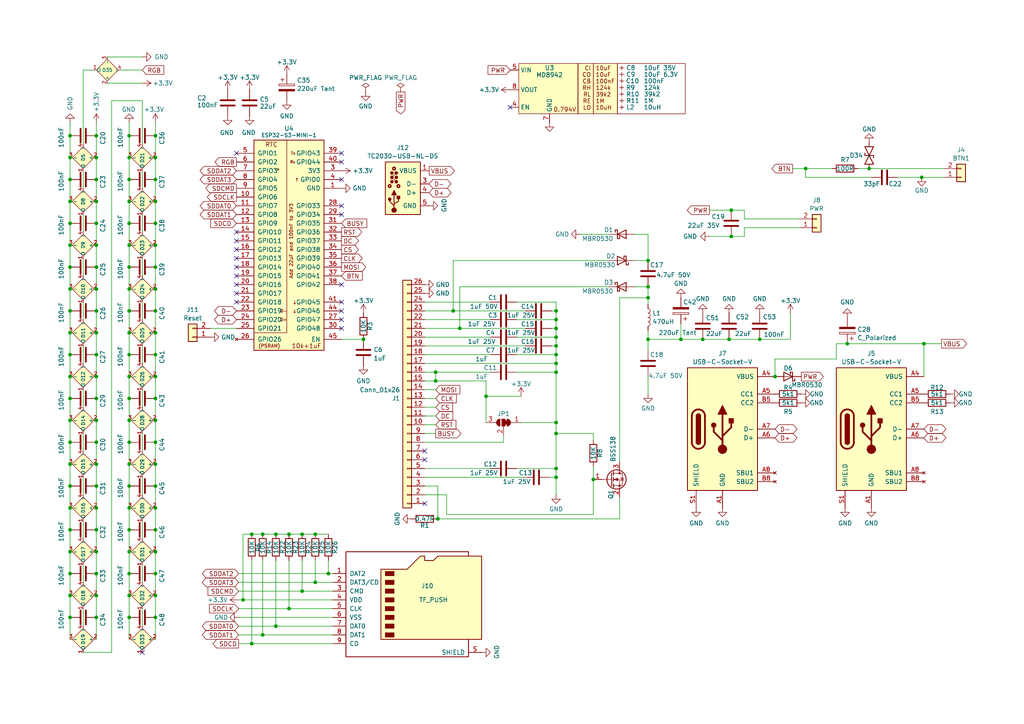
<source format=kicad_sch>
(kicad_sch (version 20250114) (generator "eeschema") (generator_version "9.0")
  (paper "A4")
  (title_block (title "E-Paper 7.5\"") (rev "1") (comment 1 "@TheRealRevK") (comment 2 "www.me.uk"))
  (junction (at 20.32 128.27))
  (junction (at 37.465 128.27))
  (junction (at 211.455 98.425))
  (junction (at 27.94 115.57))
  (junction (at 20.32 140.97))
  (junction (at 37.465 39.37))
  (junction (at 20.32 121.92))
  (junction (at 83.82 154.94))
  (junction (at 267.335 51.435))
  (junction (at 27.94 140.97))
  (junction (at 27.94 77.47))
  (junction (at 37.465 140.97))
  (junction (at 212.09 68.58))
  (junction (at 20.32 179.07))
  (junction (at 76.2 184.15))
  (junction (at 37.465 160.02))
  (junction (at 20.32 172.72))
  (junction (at 245.745 99.695))
  (junction (at 37.465 58.42))
  (junction (at 27.94 96.52))
  (junction (at 224.79 109.22))
  (junction (at 37.465 134.62))
  (junction (at 45.085 83.82))
  (junction (at 212.09 60.96))
  (junction (at 27.94 45.72))
  (junction (at 45.085 52.07))
  (junction (at 161.29 97.79))
  (junction (at 37.465 109.22))
  (junction (at 45.085 115.57))
  (junction (at 161.29 100.33))
  (junction (at 131.445 90.17))
  (junction (at 27.94 166.37))
  (junction (at 27.94 58.42))
  (junction (at 45.085 109.22))
  (junction (at 187.96 83.185))
  (junction (at 45.085 96.52))
  (junction (at 27.94 64.77))
  (junction (at 27.94 134.62))
  (junction (at 73.025 186.69))
  (junction (at 267.97 99.695))
  (junction (at 45.085 172.72))
  (junction (at 70.485 173.99))
  (junction (at 20.32 160.02))
  (junction (at 45.085 58.42))
  (junction (at 37.465 102.87))
  (junction (at 161.29 125.73))
  (junction (at 45.085 39.37))
  (junction (at 37.465 96.52))
  (junction (at 45.085 128.27))
  (junction (at 140.97 114.935))
  (junction (at 76.2 154.94))
  (junction (at 27.94 153.67))
  (junction (at 20.32 77.47))
  (junction (at 20.32 115.57))
  (junction (at 187.96 75.565))
  (junction (at 20.32 83.82))
  (junction (at 27.94 121.92))
  (junction (at 91.44 168.91))
  (junction (at 252.095 48.895))
  (junction (at 20.32 52.07))
  (junction (at 187.96 98.425))
  (junction (at 161.29 138.43))
  (junction (at 45.085 71.12))
  (junction (at 37.465 52.07))
  (junction (at 27.94 90.17))
  (junction (at 20.32 45.72))
  (junction (at 45.085 102.87))
  (junction (at 45.085 179.07))
  (junction (at 220.345 98.425))
  (junction (at 27.94 172.72))
  (junction (at 45.085 45.72))
  (junction (at 27.94 128.27))
  (junction (at 45.085 147.32))
  (junction (at 20.32 153.67))
  (junction (at 45.085 121.92))
  (junction (at 37.465 64.77))
  (junction (at 45.085 153.67))
  (junction (at 161.29 107.95))
  (junction (at 20.32 58.42))
  (junction (at 80.01 181.61))
  (junction (at 95.25 166.37))
  (junction (at 105.41 98.425))
  (junction (at 20.32 102.87))
  (junction (at 127 150.495))
  (junction (at 20.32 166.37))
  (junction (at 45.085 77.47))
  (junction (at 27.94 83.82))
  (junction (at 20.32 90.17))
  (junction (at 87.63 154.94))
  (junction (at 187.96 86.36))
  (junction (at 27.94 39.37))
  (junction (at 126.365 107.95))
  (junction (at 45.085 140.97))
  (junction (at 197.485 98.425))
  (junction (at 45.085 90.17))
  (junction (at 80.01 154.94))
  (junction (at 133.35 95.25))
  (junction (at 27.94 179.07))
  (junction (at 27.94 109.22))
  (junction (at 161.29 105.41))
  (junction (at 161.29 135.89))
  (junction (at 20.32 71.12))
  (junction (at 27.94 160.02))
  (junction (at 203.835 98.425))
  (junction (at 161.29 102.87))
  (junction (at 37.465 121.92))
  (junction (at 20.32 64.77))
  (junction (at 37.465 153.67))
  (junction (at 37.465 172.72))
  (junction (at 37.465 77.47))
  (junction (at 37.465 90.17))
  (junction (at 37.465 147.32))
  (junction (at 126.365 110.49))
  (junction (at 27.94 147.32))
  (junction (at 87.63 171.45))
  (junction (at 27.94 102.87))
  (junction (at 27.94 71.12))
  (junction (at 37.465 83.82))
  (junction (at 37.465 71.12))
  (junction (at 20.32 39.37))
  (junction (at 20.32 96.52))
  (junction (at 83.82 176.53))
  (junction (at 20.32 134.62))
  (junction (at 172.085 139.065))
  (junction (at 37.465 166.37))
  (junction (at 73.025 154.94))
  (junction (at 27.94 52.07))
  (junction (at 37.465 179.07))
  (junction (at 37.465 115.57))
  (junction (at 161.29 95.25))
  (junction (at 20.32 147.32))
  (junction (at 233.68 48.895))
  (junction (at 45.085 134.62))
  (junction (at 91.44 154.94))
  (junction (at 45.085 64.77))
  (junction (at 161.29 122.555))
  (junction (at 45.085 166.37))
  (junction (at 20.32 109.22))
  (junction (at 161.29 92.71))
  (junction (at 45.085 160.02))
  (junction (at 161.29 90.17))
  (junction (at 37.465 45.72))
  (no_connect (at 68.58 74.93))
  (no_connect (at 68.58 72.39))
  (no_connect (at 68.58 69.85))
  (no_connect (at 123.19 133.35))
  (no_connect (at 68.58 87.63))
  (no_connect (at 68.58 44.45))
  (no_connect (at 99.06 44.45))
  (no_connect (at 99.06 87.63))
  (no_connect (at 99.06 95.25))
  (no_connect (at 99.06 92.71))
  (no_connect (at 147.955 31.115))
  (no_connect (at 68.58 77.47))
  (no_connect (at 68.58 85.09))
  (no_connect (at 68.58 80.01))
  (no_connect (at 99.06 82.55))
  (no_connect (at 68.58 67.31))
  (no_connect (at 99.06 59.69))
  (no_connect (at 99.06 62.23))
  (no_connect (at 123.19 130.81))
  (no_connect (at 99.06 52.07))
  (no_connect (at 99.06 90.17))
  (no_connect (at 41.275 189.23))
  (no_connect (at 123.19 146.05))
  (no_connect (at 68.58 82.55))
  (no_connect (at 99.06 46.99))
  (wire (pts (xy 27.94 64.77) (xy 27.94 71.12)))
  (wire (pts (xy 161.29 107.95) (xy 161.29 122.555)))
  (wire (pts (xy 37.465 45.72) (xy 37.465 52.07)))
  (wire (pts (xy 123.19 113.03) (xy 126.365 113.03)))
  (wire (pts (xy 27.94 134.62) (xy 27.94 140.97)))
  (wire (pts (xy 123.19 105.41) (xy 161.29 105.41)))
  (wire (pts (xy 179.705 144.145) (xy 179.705 150.495)))
  (wire (pts (xy 32.385 29.21) (xy 41.275 29.21)))
  (wire (pts (xy 20.32 134.62) (xy 20.32 140.97)))
  (wire (pts (xy 95.25 166.37) (xy 69.215 166.37)))
  (wire (pts (xy 20.32 102.87) (xy 20.32 109.22)))
  (wire (pts (xy 149.86 102.87) (xy 161.29 102.87)))
  (wire (pts (xy 20.32 153.67) (xy 20.32 160.02)))
  (wire (pts (xy 20.32 115.57) (xy 20.32 121.92)))
  (wire (pts (xy 41.275 181.61) (xy 41.275 176.53)))
  (wire (pts (xy 69.215 181.61) (xy 80.01 181.61)))
  (wire (pts (xy 187.96 95.885) (xy 187.96 98.425)))
  (wire (pts (xy 267.335 51.435) (xy 273.685 51.435)))
  (wire (pts (xy 27.94 58.42) (xy 27.94 64.77)))
  (wire (pts (xy 70.485 173.99) (xy 96.52 173.99)))
  (wire (pts (xy 76.2 184.15) (xy 96.52 184.15)))
  (wire (pts (xy 168.275 67.945) (xy 176.53 67.945)))
  (wire (pts (xy 37.465 153.67) (xy 37.465 160.02)))
  (wire (pts (xy 224.79 104.14) (xy 242.57 104.14)))
  (wire (pts (xy 161.29 90.17) (xy 161.29 87.63)))
  (wire (pts (xy 27.94 96.52) (xy 27.94 102.87)))
  (wire (pts (xy 151.13 122.555) (xy 161.29 122.555)))
  (wire (pts (xy 45.085 115.57) (xy 45.085 121.92)))
  (wire (pts (xy 45.085 109.22) (xy 45.085 115.57)))
  (wire (pts (xy 123.19 125.73) (xy 126.365 125.73)))
  (wire (pts (xy 41.275 143.51) (xy 41.275 138.43)))
  (wire (pts (xy 127 150.495) (xy 179.705 150.495)))
  (wire (pts (xy 172.085 125.73) (xy 161.29 125.73)))
  (wire (pts (xy 37.465 35.56) (xy 37.465 39.37)))
  (wire (pts (xy 27.94 83.82) (xy 27.94 90.17)))
  (wire (pts (xy 69.215 168.91) (xy 91.44 168.91)))
  (wire (pts (xy 161.29 100.33) (xy 161.29 97.79)))
  (wire (pts (xy 27.94 109.22) (xy 27.94 115.57)))
  (wire (pts (xy 20.32 147.32) (xy 20.32 153.67)))
  (wire (pts (xy 160.02 90.17) (xy 161.29 90.17)))
  (wire (pts (xy 140.97 114.935) (xy 151.13 114.935)))
  (wire (pts (xy 20.32 64.77) (xy 20.32 71.12)))
  (wire (pts (xy 161.29 95.25) (xy 161.29 92.71)))
  (wire (pts (xy 123.19 140.97) (xy 127 140.97)))
  (wire (pts (xy 91.44 168.91) (xy 96.52 168.91)))
  (wire (pts (xy 161.29 125.73) (xy 161.29 135.89)))
  (wire (pts (xy 187.96 109.22) (xy 187.96 114.3)))
  (wire (pts (xy 126.365 107.95) (xy 126.365 110.49)))
  (wire (pts (xy 20.32 71.12) (xy 20.32 77.47)))
  (wire (pts (xy 45.085 45.72) (xy 45.085 52.07)))
  (wire (pts (xy 27.94 71.12) (xy 27.94 77.47)))
  (wire (pts (xy 27.305 20.32) (xy 24.13 20.32)))
  (wire (pts (xy 20.32 39.37) (xy 20.32 45.72)))
  (wire (pts (xy 161.29 102.87) (xy 161.29 105.41)))
  (wire (pts (xy 27.94 90.17) (xy 27.94 96.52)))
  (wire (pts (xy 27.94 52.07) (xy 27.94 58.42)))
  (wire (pts (xy 45.085 102.87) (xy 45.085 109.22)))
  (wire (pts (xy 187.96 86.36) (xy 187.96 88.265)))
  (wire (pts (xy 45.085 64.77) (xy 45.085 71.12)))
  (wire (pts (xy 260.35 51.435) (xy 267.335 51.435)))
  (wire (pts (xy 69.215 179.07) (xy 96.52 179.07)))
  (wire (pts (xy 197.485 93.98) (xy 197.485 98.425)))
  (wire (pts (xy 229.235 90.805) (xy 229.235 98.425)))
  (wire (pts (xy 245.745 99.695) (xy 267.97 99.695)))
  (wire (pts (xy 20.32 96.52) (xy 20.32 102.87)))
  (wire (pts (xy 187.96 98.425) (xy 197.485 98.425)))
  (wire (pts (xy 37.465 58.42) (xy 37.465 64.77)))
  (wire (pts (xy 172.085 139.065) (xy 172.085 149.225)))
  (wire (pts (xy 24.13 92.71) (xy 24.13 87.63)))
  (wire (pts (xy 20.32 172.72) (xy 20.32 179.07)))
  (wire (pts (xy 129.54 149.225) (xy 172.085 149.225)))
  (wire (pts (xy 229.235 98.425) (xy 220.345 98.425)))
  (wire (pts (xy 187.96 98.425) (xy 187.96 101.6)))
  (wire (pts (xy 45.085 96.52) (xy 45.085 102.87)))
  (wire (pts (xy 160.02 95.25) (xy 161.29 95.25)))
  (wire (pts (xy 41.275 113.03) (xy 41.275 118.11)))
  (wire (pts (xy 129.54 143.51) (xy 129.54 149.225)))
  (wire (pts (xy 69.215 173.99) (xy 70.485 173.99)))
  (wire (pts (xy 69.215 176.53) (xy 83.82 176.53)))
  (wire (pts (xy 83.82 162.56) (xy 83.82 176.53)))
  (wire (pts (xy 60.96 95.25) (xy 68.58 95.25)))
  (wire (pts (xy 161.29 100.33) (xy 161.29 102.87)))
  (wire (pts (xy 140.97 114.935) (xy 140.97 122.555)))
  (wire (pts (xy 37.465 90.17) (xy 37.465 96.52)))
  (wire (pts (xy 123.19 120.65) (xy 126.365 120.65)))
  (wire (pts (xy 41.275 105.41) (xy 41.275 100.33)))
  (wire (pts (xy 37.465 39.37) (xy 37.465 45.72)))
  (wire (pts (xy 24.13 130.81) (xy 24.13 125.73)))
  (wire (pts (xy 24.13 80.01) (xy 24.13 74.93)))
  (wire (pts (xy 32.385 189.23) (xy 32.385 29.21)))
  (wire (pts (xy 233.68 48.895) (xy 233.68 51.435)))
  (wire (pts (xy 27.94 128.27) (xy 27.94 134.62)))
  (wire (pts (xy 123.19 102.87) (xy 142.24 102.87)))
  (wire (pts (xy 37.465 121.92) (xy 37.465 128.27)))
  (wire (pts (xy 27.94 102.87) (xy 27.94 109.22)))
  (wire (pts (xy 184.15 83.185) (xy 187.96 83.185)))
  (wire (pts (xy 73.025 186.69) (xy 96.52 186.69)))
  (wire (pts (xy 20.32 45.72) (xy 20.32 52.07)))
  (wire (pts (xy 133.35 83.185) (xy 176.53 83.185)))
  (wire (pts (xy 123.19 128.27) (xy 146.05 128.27)))
  (wire (pts (xy 37.465 96.52) (xy 37.465 102.87)))
  (wire (pts (xy 161.29 138.43) (xy 161.29 143.51)))
  (wire (pts (xy 20.32 77.47) (xy 20.32 83.82)))
  (wire (pts (xy 45.085 39.37) (xy 45.085 45.72)))
  (wire (pts (xy 123.19 97.79) (xy 142.24 97.79)))
  (wire (pts (xy 45.085 160.02) (xy 45.085 166.37)))
  (wire (pts (xy 161.29 135.89) (xy 149.86 135.89)))
  (wire (pts (xy 76.2 162.56) (xy 76.2 184.15)))
  (wire (pts (xy 45.085 166.37) (xy 45.085 172.72)))
  (wire (pts (xy 37.465 109.22) (xy 37.465 115.57)))
  (wire (pts (xy 37.465 52.07) (xy 37.465 58.42)))
  (wire (pts (xy 212.09 60.96) (xy 215.9 60.96)))
  (wire (pts (xy 31.115 16.51) (xy 41.275 16.51)))
  (wire (pts (xy 27.94 35.56) (xy 27.94 39.37)))
  (wire (pts (xy 37.465 147.32) (xy 37.465 153.67)))
  (wire (pts (xy 37.465 83.82) (xy 37.465 90.17)))
  (wire (pts (xy 45.085 172.72) (xy 45.085 179.07)))
  (wire (pts (xy 41.275 29.21) (xy 41.275 41.91)))
  (wire (pts (xy 140.97 110.49) (xy 140.97 114.935)))
  (wire (pts (xy 87.63 154.94) (xy 91.44 154.94)))
  (wire (pts (xy 45.085 52.07) (xy 45.085 58.42)))
  (wire (pts (xy 27.94 172.72) (xy 27.94 179.07)))
  (wire (pts (xy 24.13 20.32) (xy 24.13 41.91)))
  (wire (pts (xy 242.57 99.695) (xy 245.745 99.695)))
  (wire (pts (xy 45.085 147.32) (xy 45.085 153.67)))
  (wire (pts (xy 24.13 181.61) (xy 24.13 176.53)))
  (wire (pts (xy 37.465 64.77) (xy 37.465 71.12)))
  (wire (pts (xy 69.215 184.15) (xy 76.2 184.15)))
  (wire (pts (xy 187.96 67.945) (xy 187.96 75.565)))
  (wire (pts (xy 45.085 128.27) (xy 45.085 134.62)))
  (wire (pts (xy 161.29 87.63) (xy 149.86 87.63)))
  (wire (pts (xy 123.19 95.25) (xy 133.35 95.25)))
  (wire (pts (xy 37.465 172.72) (xy 37.465 179.07)))
  (wire (pts (xy 179.705 86.36) (xy 179.705 133.985)))
  (wire (pts (xy 172.085 127.635) (xy 172.085 125.73)))
  (wire (pts (xy 37.465 128.27) (xy 37.465 134.62)))
  (wire (pts (xy 41.275 168.91) (xy 41.275 163.83)))
  (wire (pts (xy 69.215 186.69) (xy 73.025 186.69)))
  (wire (pts (xy 41.275 92.71) (xy 41.275 87.63)))
  (wire (pts (xy 37.465 71.12) (xy 37.465 77.47)))
  (wire (pts (xy 20.32 128.27) (xy 20.32 134.62)))
  (wire (pts (xy 146.05 128.27) (xy 146.05 126.365)))
  (wire (pts (xy 45.085 58.42) (xy 45.085 64.77)))
  (wire (pts (xy 76.2 154.94) (xy 80.01 154.94)))
  (wire (pts (xy 24.13 156.21) (xy 24.13 151.13)))
  (wire (pts (xy 126.365 110.49) (xy 140.97 110.49)))
  (wire (pts (xy 123.19 92.71) (xy 142.24 92.71)))
  (wire (pts (xy 45.085 90.17) (xy 45.085 96.52)))
  (wire (pts (xy 161.29 122.555) (xy 161.29 125.73)))
  (wire (pts (xy 41.275 20.32) (xy 34.925 20.32)))
  (wire (pts (xy 184.15 67.945) (xy 187.96 67.945)))
  (wire (pts (xy 41.275 130.81) (xy 41.275 125.73)))
  (wire (pts (xy 24.13 189.23) (xy 32.385 189.23)))
  (wire (pts (xy 27.94 115.57) (xy 27.94 121.92)))
  (wire (pts (xy 27.94 140.97) (xy 27.94 147.32)))
  (wire (pts (xy 123.19 143.51) (xy 129.54 143.51)))
  (wire (pts (xy 160.02 100.33) (xy 161.29 100.33)))
  (wire (pts (xy 45.085 35.56) (xy 45.085 39.37)))
  (wire (pts (xy 20.32 179.07) (xy 20.32 185.42)))
  (wire (pts (xy 229.87 48.895) (xy 233.68 48.895)))
  (wire (pts (xy 20.32 35.56) (xy 20.32 39.37)))
  (wire (pts (xy 123.19 90.17) (xy 131.445 90.17)))
  (wire (pts (xy 187.96 86.36) (xy 179.705 86.36)))
  (wire (pts (xy 20.32 160.02) (xy 20.32 166.37)))
  (wire (pts (xy 24.13 143.51) (xy 24.13 138.43)))
  (wire (pts (xy 123.19 123.19) (xy 126.365 123.19)))
  (wire (pts (xy 99.06 98.425) (xy 105.41 98.425)))
  (wire (pts (xy 248.92 48.895) (xy 252.095 48.895)))
  (wire (pts (xy 95.25 166.37) (xy 96.52 166.37)))
  (wire (pts (xy 37.465 140.97) (xy 37.465 147.32)))
  (wire (pts (xy 20.32 52.07) (xy 20.32 58.42)))
  (wire (pts (xy 45.085 179.07) (xy 45.085 185.42)))
  (wire (pts (xy 211.455 98.425) (xy 220.345 98.425)))
  (wire (pts (xy 161.29 135.89) (xy 161.29 138.43)))
  (wire (pts (xy 161.29 97.79) (xy 161.29 95.25)))
  (wire (pts (xy 224.79 109.22) (xy 224.79 104.14)))
  (wire (pts (xy 37.465 102.87) (xy 37.465 109.22)))
  (wire (pts (xy 37.465 77.47) (xy 37.465 83.82)))
  (wire (pts (xy 172.085 135.255) (xy 172.085 139.065)))
  (wire (pts (xy 205.74 68.58) (xy 212.09 68.58)))
  (wire (pts (xy 215.9 63.5) (xy 231.775 63.5)))
  (wire (pts (xy 27.94 147.32) (xy 27.94 153.67)))
  (wire (pts (xy 31.115 24.13) (xy 41.275 24.13)))
  (wire (pts (xy 215.9 68.58) (xy 215.9 66.04)))
  (wire (pts (xy 233.68 48.895) (xy 241.3 48.895)))
  (wire (pts (xy 123.19 135.89) (xy 142.24 135.89)))
  (wire (pts (xy 131.445 90.17) (xy 131.445 75.565)))
  (wire (pts (xy 215.9 60.96) (xy 215.9 63.5)))
  (wire (pts (xy 149.86 97.79) (xy 161.29 97.79)))
  (wire (pts (xy 73.025 154.94) (xy 70.485 154.94)))
  (wire (pts (xy 91.44 154.94) (xy 95.25 154.94)))
  (wire (pts (xy 80.01 154.94) (xy 83.82 154.94)))
  (wire (pts (xy 45.085 77.47) (xy 45.085 83.82)))
  (wire (pts (xy 161.29 107.95) (xy 161.29 105.41)))
  (wire (pts (xy 45.085 140.97) (xy 45.085 147.32)))
  (wire (pts (xy 131.445 90.17) (xy 152.4 90.17)))
  (wire (pts (xy 197.485 98.425) (xy 203.835 98.425)))
  (wire (pts (xy 187.96 83.185) (xy 187.96 86.36)))
  (wire (pts (xy 205.74 60.96) (xy 212.09 60.96)))
  (wire (pts (xy 24.13 168.91) (xy 24.13 163.83)))
  (wire (pts (xy 24.13 105.41) (xy 24.13 100.33)))
  (wire (pts (xy 76.2 154.94) (xy 73.025 154.94)))
  (wire (pts (xy 83.82 154.94) (xy 87.63 154.94)))
  (wire (pts (xy 233.68 51.435) (xy 252.73 51.435)))
  (wire (pts (xy 27.94 166.37) (xy 27.94 172.72)))
  (wire (pts (xy 87.63 171.45) (xy 96.52 171.45)))
  (wire (pts (xy 161.29 92.71) (xy 161.29 90.17)))
  (wire (pts (xy 20.32 90.17) (xy 20.32 96.52)))
  (wire (pts (xy 242.57 104.14) (xy 242.57 99.695)))
  (wire (pts (xy 37.465 179.07) (xy 37.465 185.42)))
  (wire (pts (xy 149.86 92.71) (xy 161.29 92.71)))
  (wire (pts (xy 27.94 39.37) (xy 27.94 45.72)))
  (wire (pts (xy 45.085 153.67) (xy 45.085 160.02)))
  (wire (pts (xy 203.835 98.425) (xy 211.455 98.425)))
  (wire (pts (xy 80.01 162.56) (xy 80.01 181.61)))
  (wire (pts (xy 20.32 166.37) (xy 20.32 172.72)))
  (wire (pts (xy 27.94 160.02) (xy 27.94 166.37)))
  (wire (pts (xy 45.085 71.12) (xy 45.085 77.47)))
  (wire (pts (xy 161.29 138.43) (xy 159.385 138.43)))
  (wire (pts (xy 149.86 107.95) (xy 161.29 107.95)))
  (wire (pts (xy 123.19 118.11) (xy 126.365 118.11)))
  (wire (pts (xy 41.275 54.61) (xy 41.275 49.53)))
  (wire (pts (xy 27.94 179.07) (xy 27.94 185.42)))
  (wire (pts (xy 41.275 156.21) (xy 41.275 151.13)))
  (wire (pts (xy 127 140.97) (xy 127 150.495)))
  (wire (pts (xy 27.94 77.47) (xy 27.94 83.82)))
  (wire (pts (xy 184.15 75.565) (xy 187.96 75.565)))
  (wire (pts (xy 80.01 181.61) (xy 96.52 181.61)))
  (wire (pts (xy 37.465 160.02) (xy 37.465 166.37)))
  (wire (pts (xy 87.63 162.56) (xy 87.63 171.45)))
  (wire (pts (xy 45.085 83.82) (xy 45.085 90.17)))
  (wire (pts (xy 133.35 95.25) (xy 152.4 95.25)))
  (wire (pts (xy 45.085 134.62) (xy 45.085 140.97)))
  (wire (pts (xy 215.9 66.04) (xy 231.775 66.04)))
  (wire (pts (xy 95.25 162.56) (xy 95.25 166.37)))
  (wire (pts (xy 41.275 67.31) (xy 41.275 62.23)))
  (wire (pts (xy 133.35 95.25) (xy 133.35 83.185)))
  (wire (pts (xy 41.275 80.01) (xy 41.275 74.93)))
  (wire (pts (xy 131.445 75.565) (xy 176.53 75.565)))
  (wire (pts (xy 24.13 67.31) (xy 24.13 62.23)))
  (wire (pts (xy 27.94 121.92) (xy 27.94 128.27)))
  (wire (pts (xy 20.32 140.97) (xy 20.32 147.32)))
  (wire (pts (xy 123.19 115.57) (xy 126.365 115.57)))
  (wire (pts (xy 20.32 58.42) (xy 20.32 64.77)))
  (wire (pts (xy 126.365 107.95) (xy 142.24 107.95)))
  (wire (pts (xy 123.19 107.95) (xy 126.365 107.95)))
  (wire (pts (xy 123.19 87.63) (xy 142.24 87.63)))
  (wire (pts (xy 27.94 45.72) (xy 27.94 52.07)))
  (wire (pts (xy 37.465 134.62) (xy 37.465 140.97)))
  (wire (pts (xy 27.94 153.67) (xy 27.94 160.02)))
  (wire (pts (xy 91.44 162.56) (xy 91.44 168.91)))
  (wire (pts (xy 267.97 99.695) (xy 267.97 109.22)))
  (wire (pts (xy 212.09 68.58) (xy 215.9 68.58)))
  (wire (pts (xy 70.485 154.94) (xy 70.485 173.99)))
  (wire (pts (xy 37.465 115.57) (xy 37.465 121.92)))
  (wire (pts (xy 37.465 166.37) (xy 37.465 172.72)))
  (wire (pts (xy 20.32 83.82) (xy 20.32 90.17)))
  (wire (pts (xy 73.025 162.56) (xy 73.025 186.69)))
  (wire (pts (xy 45.085 121.92) (xy 45.085 128.27)))
  (wire (pts (xy 123.19 100.33) (xy 152.4 100.33)))
  (wire (pts (xy 123.19 110.49) (xy 126.365 110.49)))
  (wire (pts (xy 267.97 99.695) (xy 273.05 99.695)))
  (wire (pts (xy 24.13 49.53) (xy 24.13 54.61)))
  (wire (pts (xy 252.095 48.895) (xy 273.685 48.895)))
  (wire (pts (xy 83.82 176.53) (xy 96.52 176.53)))
  (wire (pts (xy 123.19 138.43) (xy 151.765 138.43)))
  (wire (pts (xy 24.13 113.03) (xy 24.13 118.11)))
  (wire (pts (xy 20.32 109.22) (xy 20.32 115.57)))
  (wire (pts (xy 20.32 121.92) (xy 20.32 128.27)))
  (wire (pts (xy 69.215 171.45) (xy 87.63 171.45)))
  (global_label "CLK" (shape input) (at 126.365 115.57 0) (property "Intersheetrefs" "${INTERSHEET_REFS}" (effects (hide yes))))
  (global_label "MOSI" (shape output) (at 99.06 77.47 0) (property "Intersheetrefs" "${INTERSHEET_REFS}" (effects (hide yes))))
  (global_label "D+" (shape bidirectional) (at 124.46 55.88 0) (property "Intersheetrefs" "${INTERSHEET_REFS}" (effects (hide yes))))
  (global_label "SDCLK" (shape output) (at 68.58 57.15 180) (property "Intersheetrefs" "${INTERSHEET_REFS}" (effects (hide yes))))
  (global_label "MOSI" (shape input) (at 126.365 113.03 0) (property "Intersheetrefs" "${INTERSHEET_REFS}" (effects (hide yes))))
  (global_label "BUSY" (shape input) (at 99.06 64.77 0) (property "Intersheetrefs" "${INTERSHEET_REFS}" (effects (hide yes))))
  (global_label "PWR" (shape output) (at 232.41 109.22 0) (property "Intersheetrefs" "${INTERSHEET_REFS}" (effects (hide yes))))
  (global_label "VBUS" (shape output) (at 273.05 99.695 0) (property "Intersheetrefs" "${INTERSHEET_REFS}" (effects (hide yes))))
  (global_label "D+" (shape bidirectional) (at 224.79 127 0) (property "Intersheetrefs" "${INTERSHEET_REFS}" (effects (hide yes))))
  (global_label "D-" (shape bidirectional) (at 124.46 53.34 0) (property "Intersheetrefs" "${INTERSHEET_REFS}" (effects (hide yes))))
  (global_label "SDCLK" (shape input) (at 69.215 176.53 180) (property "Intersheetrefs" "${INTERSHEET_REFS}" (effects (hide yes))))
  (global_label "PWR" (shape output) (at 205.74 60.96 180) (property "Intersheetrefs" "${INTERSHEET_REFS}" (effects (hide yes))))
  (global_label "SDDAT3" (shape bidirectional) (at 68.58 52.07 180) (property "Intersheetrefs" "${INTERSHEET_REFS}" (effects (hide yes))))
  (global_label "SDDAT1" (shape bidirectional) (at 68.58 62.23 180) (property "Intersheetrefs" "${INTERSHEET_REFS}" (effects (hide yes))))
  (global_label "SDDAT1" (shape bidirectional) (at 69.215 184.15 180) (property "Intersheetrefs" "${INTERSHEET_REFS}" (effects (hide yes))))
  (global_label "PWR" (shape input) (at 147.955 20.32 180) (property "Intersheetrefs" "${INTERSHEET_REFS}" (effects (hide yes))))
  (global_label "SDCMD" (shape input) (at 69.215 171.45 180) (property "Intersheetrefs" "${INTERSHEET_REFS}" (effects (hide yes))))
  (global_label "SDCD" (shape output) (at 69.215 186.69 180) (property "Intersheetrefs" "${INTERSHEET_REFS}" (effects (hide yes))))
  (global_label "SDDAT0" (shape bidirectional) (at 69.215 181.61 180) (property "Intersheetrefs" "${INTERSHEET_REFS}" (effects (hide yes))))
  (global_label "DC" (shape output) (at 99.06 69.85 0) (property "Intersheetrefs" "${INTERSHEET_REFS}" (effects (hide yes))))
  (global_label "D+" (shape bidirectional) (at 68.58 92.71 180) (property "Intersheetrefs" "${INTERSHEET_REFS}" (effects (hide yes))))
  (global_label "PWR" (shape output) (at 116.205 26.67 270) (property "Intersheetrefs" "${INTERSHEET_REFS}" (effects (hide yes))))
  (global_label "SDDAT3" (shape bidirectional) (at 69.215 168.91 180) (property "Intersheetrefs" "${INTERSHEET_REFS}" (effects (hide yes))))
  (global_label "RST" (shape output) (at 99.06 67.31 0) (property "Intersheetrefs" "${INTERSHEET_REFS}" (effects (hide yes))))
  (global_label "CS" (shape output) (at 99.06 72.39 0) (property "Intersheetrefs" "${INTERSHEET_REFS}" (effects (hide yes))))
  (global_label "RGB" (shape input) (at 41.275 20.32 0) (property "Intersheetrefs" "${INTERSHEET_REFS}" (effects (hide yes))))
  (global_label "SDDAT0" (shape bidirectional) (at 68.58 59.69 180) (property "Intersheetrefs" "${INTERSHEET_REFS}" (effects (hide yes))))
  (global_label "BUSY" (shape output) (at 126.365 125.73 0) (property "Intersheetrefs" "${INTERSHEET_REFS}" (effects (hide yes))))
  (global_label "D-" (shape bidirectional) (at 224.79 124.46 0) (property "Intersheetrefs" "${INTERSHEET_REFS}" (effects (hide yes))))
  (global_label "DC" (shape input) (at 126.365 120.65 0) (property "Intersheetrefs" "${INTERSHEET_REFS}" (effects (hide yes))))
  (global_label "SDDAT2" (shape bidirectional) (at 69.215 166.37 180) (property "Intersheetrefs" "${INTERSHEET_REFS}" (effects (hide yes))))
  (global_label "VBUS" (shape output) (at 124.46 49.53 0) (property "Intersheetrefs" "${INTERSHEET_REFS}" (effects (hide yes))))
  (global_label "RGB" (shape output) (at 68.58 46.99 180) (property "Intersheetrefs" "${INTERSHEET_REFS}" (effects (hide yes))))
  (global_label "D-" (shape bidirectional) (at 68.58 90.17 180) (property "Intersheetrefs" "${INTERSHEET_REFS}" (effects (hide yes))))
  (global_label "D+" (shape bidirectional) (at 267.97 127 0) (property "Intersheetrefs" "${INTERSHEET_REFS}" (effects (hide yes))))
  (global_label "RST" (shape input) (at 126.365 123.19 0) (property "Intersheetrefs" "${INTERSHEET_REFS}" (effects (hide yes))))
  (global_label "CS" (shape input) (at 126.365 118.11 0) (property "Intersheetrefs" "${INTERSHEET_REFS}" (effects (hide yes))))
  (global_label "CLK" (shape output) (at 99.06 74.93 0) (property "Intersheetrefs" "${INTERSHEET_REFS}" (effects (hide yes))))
  (global_label "SDDAT2" (shape bidirectional) (at 68.58 49.53 180) (property "Intersheetrefs" "${INTERSHEET_REFS}" (effects (hide yes))))
  (global_label "BTN" (shape input) (at 99.06 80.01 0) (property "Intersheetrefs" "${INTERSHEET_REFS}" (effects (hide yes))))
  (global_label "D-" (shape bidirectional) (at 267.97 124.46 0) (property "Intersheetrefs" "${INTERSHEET_REFS}" (effects (hide yes))))
  (global_label "BTN" (shape output) (at 229.87 48.895 180) (property "Intersheetrefs" "${INTERSHEET_REFS}" (effects (hide yes))))
  (global_label "SDCD" (shape input) (at 68.58 64.77 180) (property "Intersheetrefs" "${INTERSHEET_REFS}" (effects (hide yes))))
  (global_label "SDCMD" (shape output) (at 68.58 54.61 180) (property "Intersheetrefs" "${INTERSHEET_REFS}" (effects (hide yes))))
  (symbol (lib_id "power:GND") (at 106.045 26.67 0) (unit 1)
    (property "Reference" "#PWR029" (effects (hide yes)))
    (property "Value" "GND" (at 106.045 30.8031 0))
    (property "Description" "Power symbol creates a global label with name \"GND\" , ground" (effects (hide yes)))
  )
  (symbol (lib_id "RevK:WS2812B-1mm") (at 41.275 45.72 90) (mirror x) (unit 1)
    (property "Reference" "D21" (at 41.275 45.72 0) (effects (font (size 1 1))))
    (property "Value" "XL-1010RGBC-WS2812B" (effects (hide yes)))
    (property "Datasheet" "https://datasheet.lcsc.com/lcsc/2301111010_XINGLIGHT-XL-1010RGBC-WS2812B_C5349953.pdf" (effects (hide yes)))
    (property "Description" "RGB LED with integrated controller" (effects (hide yes)))
    (property "MPN" "C5349953" (effects (hide yes)))
  )
  (symbol (lib_id "RevK:Hidden") (at 180.34 23.495 90) (unit 1)
    (property "Reference" "C10" (at 185.42 23.495 90) (effects (justify left)))
    (property "Value" "100nF" (at 186.69 23.495 90) (effects (justify right)))
    (property "Footprint" "RevK:C_0603_" (effects (hide yes)))
  )
  (symbol (lib_id "Device:R") (at 95.25 158.75 0) (unit 1)
    (property "Reference" "R26" (at 97.155 158.75 90))
    (property "Value" "10K" (at 95.25 158.75 90))
    (property "Footprint" "RevK:R_0402" (effects (hide yes)))
  )
  (symbol (lib_id "RevK:WS2812B-1mm") (at 24.13 185.42 90) (mirror x) (unit 1)
    (property "Reference" "D19" (at 24.13 185.42 0) (effects (font (size 1 1))))
    (property "Value" "XL-1010RGBC-WS2812B" (effects (hide yes)))
    (property "Datasheet" "https://datasheet.lcsc.com/lcsc/2301111010_XINGLIGHT-XL-1010RGBC-WS2812B_C5349953.pdf" (effects (hide yes)))
    (property "Description" "RGB LED with integrated controller" (effects (hide yes)))
    (property "MPN" "C5349953" (effects (hide yes)))
  )
  (symbol (lib_id "power:+3.3V") (at 105.41 90.805 0) (unit 1)
    (property "Reference" "#PWR014" (effects (hide yes)))
    (property "Value" "+3.3V" (at 105.41 87.2292 0))
    (property "Description" "Power symbol creates a global label with name \"+3.3V\"" (effects (hide yes)))
  )
  (symbol (lib_id "power:GND") (at 83.185 29.21 0) (unit 1)
    (property "Reference" "#PWR040" (effects (hide yes)))
    (property "Value" "GND" (at 83.185 33.6534 0))
    (property "Description" "Power symbol creates a global label with name \"GND\" , ground" (effects (hide yes)))
  )
  (symbol (lib_id "Device:R") (at 73.025 158.75 0) (unit 1)
    (property "Reference" "R6" (at 74.93 158.75 90))
    (property "Value" "10K" (at 73.025 158.75 90))
    (property "Footprint" "RevK:R_0402" (effects (hide yes)))
  )
  (symbol (lib_id "RevK:WS2812B-1mm") (at 41.275 58.42 90) (mirror x) (unit 1)
    (property "Reference" "D22" (at 41.275 58.42 0) (effects (font (size 1 1))))
    (property "Value" "XL-1010RGBC-WS2812B" (effects (hide yes)))
    (property "Datasheet" "https://datasheet.lcsc.com/lcsc/2301111010_XINGLIGHT-XL-1010RGBC-WS2812B_C5349953.pdf" (effects (hide yes)))
    (property "Description" "RGB LED with integrated controller" (effects (hide yes)))
    (property "MPN" "C5349953" (effects (hide yes)))
  )
  (symbol (lib_id "power:+3.3V") (at 69.215 173.99 90) (unit 1)
    (property "Reference" "#PWR031" (effects (hide yes)))
    (property "Value" "+3.3V" (at 66.04 173.99 90) (effects (justify left)))
    (property "Description" "Power symbol creates a global label with name \"+3.3V\"" (effects (hide yes)))
  )
  (symbol (lib_id "RevK:TF_PUSH") (at 119.38 173.99 0) (unit 1)
    (property "Reference" "J10" (at 123.952 169.926 0))
    (property "Value" "TF_PUSH" (at 125.73 173.99 0))
    (property "Footprint" "RevK:TF_PUSH" (effects (hide yes)))
    (property "Datasheet" "https://datasheet.lcsc.com/lcsc/1912111437_SHOU-HAN-TF-PUSH_C393941.pdf" (effects (hide yes)))
    (property "Description" "Micro SD Card Socket" (effects (hide yes)))
    (property "MPN" "C393941" (effects (hide yes)))
  )
  (symbol (lib_id "Device:R") (at 80.01 158.75 0) (unit 1)
    (property "Reference" "R22" (at 81.915 158.75 90))
    (property "Value" "10K" (at 80.01 158.75 90))
    (property "Footprint" "RevK:R_0402" (effects (hide yes)))
  )
  (symbol (lib_id "Device:C") (at 156.21 95.25 90) (unit 1)
    (property "Reference" "C15" (at 153.035 93.98 90))
    (property "Value" "1uF 25V" (at 151.13 96.52 90))
    (property "Footprint" "RevK:C_0402" (effects (hide yes)))
  )
  (symbol (lib_id "power:GND") (at 41.275 16.51 90) (unit 1)
    (property "Reference" "#PWR048" (effects (hide yes)))
    (property "Value" "GND" (at 48.895 16.51 90) (effects (justify left)))
    (property "Description" "Power symbol creates a global label with name \"GND\" , ground" (effects (hide yes)))
  )
  (symbol (lib_id "Device:C") (at 41.275 39.37 270) (unit 1)
    (property "Reference" "C36" (at 46.99 38.1 0) (effects (justify left)))
    (property "Value" "100nF" (at 34.925 36.83 0) (effects (justify left)))
    (property "Footprint" "RevK:C_0402" (effects (hide yes)))
  )
  (symbol (lib_id "Device:C") (at 146.05 97.79 90) (unit 1)
    (property "Reference" "C4" (at 142.24 96.52 90))
    (property "Value" "1uF 25V" (at 139.7 99.06 90))
    (property "Footprint" "RevK:C_0402" (effects (hide yes)))
  )
  (symbol (lib_id "power:GND") (at 211.455 90.805 180) (unit 1)
    (property "Reference" "#PWR044" (effects (hide yes)))
    (property "Value" "GND" (at 211.455 86.6719 0))
    (property "Description" "Power symbol creates a global label with name \"GND\" , ground" (effects (hide yes)))
  )
  (symbol (lib_id "power:+3.3V") (at 27.94 35.56 0) (unit 1)
    (property "Reference" "#PWR022" (effects (hide yes)))
    (property "Value" "+3.3V" (at 27.94 26.67 90) (effects (justify right)))
    (property "Description" "Power symbol creates a global label with name \"+3.3V\"" (effects (hide yes)))
  )
  (symbol (lib_id "Device:C") (at 24.13 39.37 270) (unit 1)
    (property "Reference" "C20" (at 29.845 38.1 0) (effects (justify left)))
    (property "Value" "100nF" (at 17.78 36.83 0) (effects (justify left)))
    (property "Footprint" "RevK:C_0402" (effects (hide yes)))
  )
  (symbol (lib_id "RevK:TC2030-USB-NL") (at 116.84 54.61 0) (unit 1) (in_bom no)
    (property "Reference" "J12" (at 116.84 42.8455 0))
    (property "Value" "TC2030-USB-NL-DS" (at 116.84 45.2698 0))
    (property "Footprint" "RevK:Tag-Connect_TC2030-IDC-NL_2x03_P1.27mm_Vertical" (effects (hide yes)))
    (property "Description" "TC2030-USB-NL" (effects (hide yes)))
  )
  (symbol (lib_id "power:+3.3V") (at 151.13 114.935 0) (unit 1)
    (property "Reference" "#PWR043" (effects (hide yes)))
    (property "Value" "+3.3V" (at 151.13 111.3592 0))
    (property "Description" "Power symbol creates a global label with name \"+3.3V\"" (effects (hide yes)))
  )
  (symbol (lib_id "power:GND") (at 275.59 114.3 90) (unit 1)
    (property "Reference" "#PWR035" (effects (hide yes)))
    (property "Value" "GND" (at 280.0334 114.3 90))
    (property "Description" "Power symbol creates a global label with name \"GND\" , ground" (effects (hide yes)))
  )
  (symbol (lib_id "Device:C") (at 24.13 128.27 270) (unit 1)
    (property "Reference" "C30" (at 29.845 127 0) (effects (justify left)))
    (property "Value" "100nF" (at 17.78 125.73 0) (effects (justify left)))
    (property "Footprint" "RevK:C_0402" (effects (hide yes)))
  )
  (symbol (lib_id "Device:C") (at 146.05 102.87 90) (unit 1)
    (property "Reference" "C7" (at 142.24 101.6 90))
    (property "Value" "1uF" (at 139.7 104.14 90))
    (property "Footprint" "RevK:C_0402" (effects (hide yes)))
  )
  (symbol (lib_id "RevK:WS2812B-1mm") (at 41.275 134.62 90) (mirror x) (unit 1)
    (property "Reference" "D29" (at 41.275 134.62 0) (effects (font (size 1 1))))
    (property "Value" "XL-1010RGBC-WS2812B" (effects (hide yes)))
    (property "Datasheet" "https://datasheet.lcsc.com/lcsc/2301111010_XINGLIGHT-XL-1010RGBC-WS2812B_C5349953.pdf" (effects (hide yes)))
    (property "Description" "RGB LED with integrated controller" (effects (hide yes)))
    (property "MPN" "C5349953" (effects (hide yes)))
  )
  (symbol (lib_id "Device:C") (at 146.05 87.63 90) (unit 1)
    (property "Reference" "C1" (at 142.875 86.36 90))
    (property "Value" "1uF 50V" (at 140.335 88.9 90))
    (property "Footprint" "RevK:C_0603" (effects (hide yes)))
  )
  (symbol (lib_id "Device:C") (at 41.275 140.97 270) (unit 1)
    (property "Reference" "C45" (at 46.99 139.7 0) (effects (justify left)))
    (property "Value" "100nF" (at 34.925 138.43 0) (effects (justify left)))
    (property "Footprint" "RevK:C_0402" (effects (hide yes)))
  )
  (symbol (lib_id "RevK:WS2812B-1mm") (at 41.275 71.12 90) (mirror x) (unit 1)
    (property "Reference" "D23" (at 41.275 71.12 0) (effects (font (size 1 1))))
    (property "Value" "XL-1010RGBC-WS2812B" (effects (hide yes)))
    (property "Datasheet" "https://datasheet.lcsc.com/lcsc/2301111010_XINGLIGHT-XL-1010RGBC-WS2812B_C5349953.pdf" (effects (hide yes)))
    (property "Description" "RGB LED with integrated controller" (effects (hide yes)))
    (property "MPN" "C5349953" (effects (hide yes)))
  )
  (symbol (lib_id "power:GND") (at 245.745 92.075 180) (unit 1)
    (property "Reference" "#PWR026" (effects (hide yes)))
    (property "Value" "GND" (at 245.745 87.6316 0))
    (property "Description" "Power symbol creates a global label with name \"GND\" , ground" (effects (hide yes)))
  )
  (symbol (lib_id "RevK:WS2812B-1mm") (at 41.275 109.22 90) (mirror x) (unit 1)
    (property "Reference" "D26" (at 41.275 109.22 0) (effects (font (size 1 1))))
    (property "Value" "XL-1010RGBC-WS2812B" (effects (hide yes)))
    (property "Datasheet" "https://datasheet.lcsc.com/lcsc/2301111010_XINGLIGHT-XL-1010RGBC-WS2812B_C5349953.pdf" (effects (hide yes)))
    (property "Description" "RGB LED with integrated controller" (effects (hide yes)))
    (property "MPN" "C5349953" (effects (hide yes)))
  )
  (symbol (lib_id "power:GND") (at 72.39 33.655 0) (unit 1)
    (property "Reference" "#PWR011" (effects (hide yes)))
    (property "Value" "GND" (at 72.136 38.4794 0))
    (property "Description" "Power symbol creates a global label with name \"GND\" , ground" (effects (hide yes)))
  )
  (symbol (lib_id "Diode:1N5819") (at 228.6 109.22 180) (unit 1)
    (property "Reference" "D6" (at 228.6 106.807 0))
    (property "Value" "MBR0530" (at 234.061 111.633 0))
    (property "Footprint" "RevK:D_SOD-123" (effects (hide yes)))
    (property "MPN" "C5204746" (effects (hide yes)))
  )
  (symbol (lib_id "power:GND") (at 124.46 59.69 90) (unit 1)
    (property "Reference" "#PWR055" (effects (hide yes)))
    (property "Value" "GND" (at 128.8542 59.563 0))
    (property "Description" "Power symbol creates a global label with name \"GND\" , ground" (effects (hide yes)))
  )
  (symbol (lib_id "power:GND") (at 252.095 41.275 180) (unit 1)
    (property "Reference" "#PWR042" (effects (hide yes)))
    (property "Value" "GND" (at 252.095 37.465 0))
    (property "Description" "Power symbol creates a global label with name \"GND\" , ground" (effects (hide yes)))
  )
  (symbol (lib_id "Device:R") (at 76.2 158.75 0) (unit 1)
    (property "Reference" "R14" (at 78.105 158.75 90))
    (property "Value" "10K" (at 76.2 158.75 90))
    (property "Footprint" "RevK:R_0402" (effects (hide yes)))
  )
  (symbol (lib_id "power:GND") (at 232.41 114.3 90) (unit 1)
    (property "Reference" "#PWR037" (effects (hide yes)))
    (property "Value" "GND" (at 236.8534 114.3 90))
    (property "Description" "Power symbol creates a global label with name \"GND\" , ground" (effects (hide yes)))
  )
  (symbol (lib_id "power:GND") (at 105.41 106.045 0) (unit 1)
    (property "Reference" "#PWR015" (effects (hide yes)))
    (property "Value" "GND" (at 105.41 110.4884 0))
    (property "Description" "Power symbol creates a global label with name \"GND\" , ground" (effects (hide yes)))
  )
  (symbol (lib_id "Device:C") (at 24.13 90.17 270) (unit 1)
    (property "Reference" "C26" (at 29.845 88.9 0) (effects (justify left)))
    (property "Value" "100nF" (at 17.78 87.63 0) (effects (justify left)))
    (property "Footprint" "RevK:C_0402" (effects (hide yes)))
  )
  (symbol (lib_id "Diode:1N5819") (at 180.34 83.185 0) (unit 1)
    (property "Reference" "D3" (at 176.53 81.915 0))
    (property "Value" "MBR0530" (at 173.355 84.455 0))
    (property "Footprint" "RevK:D_SOD-123" (effects (hide yes)))
    (property "MPN" "C5204746" (effects (hide yes)))
  )
  (symbol (lib_id "RevK:WS2812B-1mm") (at 24.13 147.32 90) (mirror x) (unit 1)
    (property "Reference" "D16" (at 24.13 147.32 0) (effects (font (size 1 1))))
    (property "Value" "XL-1010RGBC-WS2812B" (effects (hide yes)))
    (property "Datasheet" "https://datasheet.lcsc.com/lcsc/2301111010_XINGLIGHT-XL-1010RGBC-WS2812B_C5349953.pdf" (effects (hide yes)))
    (property "Description" "RGB LED with integrated controller" (effects (hide yes)))
    (property "MPN" "C5349953" (effects (hide yes)))
  )
  (symbol (lib_id "Device:C") (at 203.835 94.615 0) (unit 1)
    (property "Reference" "C51" (at 204.724 92.202 0) (effects (justify left)))
    (property "Value" "22uF" (at 204.724 96.774 0) (effects (justify left)))
    (property "Footprint" "RevK:C_0603" (effects (hide yes)))
  )
  (symbol (lib_id "power:GND") (at 203.835 90.805 180) (unit 1)
    (property "Reference" "#PWR041" (effects (hide yes)))
    (property "Value" "GND" (at 203.835 86.6719 0))
    (property "Description" "Power symbol creates a global label with name \"GND\" , ground" (effects (hide yes)))
  )
  (symbol (lib_id "power:PWR_FLAG") (at 116.205 26.67 0) (unit 1)
    (property "Reference" "#FLG02" (effects (hide yes)))
    (property "Value" "PWR_FLAG" (at 116.205 22.5369 0))
    (property "Description" "Special symbol for telling ERC where power comes from" (effects (hide yes)))
  )
  (symbol (lib_id "power:GND") (at 161.29 143.51 0) (unit 1)
    (property "Reference" "#PWR017" (effects (hide yes)))
    (property "Value" "GND" (at 161.29 147.6431 0))
    (property "Description" "Power symbol creates a global label with name \"GND\" , ground" (effects (hide yes)))
  )
  (symbol (lib_id "Connector_Generic:Conn_01x02") (at 236.855 66.04 0) (mirror x) (unit 1)
    (property "Reference" "J8" (at 236.855 58.0855 0))
    (property "Value" "PWR" (at 236.855 60.5098 0))
    (property "Footprint" "RevK:WAGO-2060-452-998-404" (effects (hide yes)))
    (property "Description" "Generic connector, single row, 01x02, script generated (kicad-library-utils/schlib/autogen/connector/)" (effects (hide yes)))
    (property "MPN" "C2765055" (effects (hide yes)))
  )
  (symbol (lib_id "power:+3.3V") (at 99.06 49.53 270) (unit 1)
    (property "Reference" "#PWR012" (effects (hide yes)))
    (property "Value" "+3.3V" (at 102.235 49.53 90) (effects (justify left)))
    (property "Description" "Power symbol creates a global label with name \"+3.3V\"" (effects (hide yes)))
  )
  (symbol (lib_id "RevK:WS2812B-1mm") (at 24.13 172.72 90) (mirror x) (unit 1)
    (property "Reference" "D18" (at 24.13 172.72 0) (effects (font (size 1 1))))
    (property "Value" "XL-1010RGBC-WS2812B" (effects (hide yes)))
    (property "Datasheet" "https://datasheet.lcsc.com/lcsc/2301111010_XINGLIGHT-XL-1010RGBC-WS2812B_C5349953.pdf" (effects (hide yes)))
    (property "Description" "RGB LED with integrated controller" (effects (hide yes)))
    (property "MPN" "C5349953" (effects (hide yes)))
  )
  (symbol (lib_id "Device:C_Polarized") (at 245.745 95.885 180) (unit 1)
    (property "Reference" "C28" (at 248.666 95.5619 0) (effects (justify right)))
    (property "Value" "C_Polarized" (at 248.666 97.9861 0) (effects (justify right)))
    (property "Footprint" "RevK:CP_EIA-7343-31_Kemet-D" (effects (hide yes)))
    (property "MPN" "C106188" (effects (hide yes)))
  )
  (symbol (lib_id "RevK:Hidden") (at 180.34 25.4 0) (unit 1)
    (property "Reference" "R9" (at 182.88 25.4 0))
    (property "Value" "124k" (at 186.69 25.4 0) (effects (justify left)))
    (property "Footprint" "RevK:R_0402_" (effects (hide yes)))
    (property "MPN" "C138062" (effects (hide yes)))
  )
  (symbol (lib_id "Diode:1N5819") (at 180.34 75.565 180) (unit 1)
    (property "Reference" "D2" (at 177.165 74.295 0))
    (property "Value" "MBR0530" (at 173.99 76.835 0))
    (property "Footprint" "RevK:D_SOD-123" (effects (hide yes)))
    (property "MPN" "C5204746" (effects (hide yes)))
  )
  (symbol (lib_id "power:GND") (at 119.38 150.495 270) (unit 1)
    (property "Reference" "#PWR03" (effects (hide yes)))
    (property "Value" "GND" (at 115.2469 150.495 0))
    (property "Description" "Power symbol creates a global label with name \"GND\" , ground" (effects (hide yes)))
  )
  (symbol (lib_id "power:GND") (at 220.345 90.805 180) (unit 1)
    (property "Reference" "#PWR046" (effects (hide yes)))
    (property "Value" "GND" (at 220.345 86.6719 0))
    (property "Description" "Power symbol creates a global label with name \"GND\" , ground" (effects (hide yes)))
  )
  (symbol (lib_id "RevK:WS2812B-1mm") (at 24.13 109.22 90) (mirror x) (unit 1)
    (property "Reference" "D12" (at 24.13 109.22 0) (effects (font (size 1 1))))
    (property "Value" "XL-1010RGBC-WS2812B" (effects (hide yes)))
    (property "Datasheet" "https://datasheet.lcsc.com/lcsc/2301111010_XINGLIGHT-XL-1010RGBC-WS2812B_C5349953.pdf" (effects (hide yes)))
    (property "Description" "RGB LED with integrated controller" (effects (hide yes)))
    (property "MPN" "C5349953" (effects (hide yes)))
  )
  (symbol (lib_id "RevK:WS2812B-1mm") (at 41.275 147.32 90) (mirror x) (unit 1)
    (property "Reference" "D30" (at 41.275 147.32 0) (effects (font (size 1 1))))
    (property "Value" "XL-1010RGBC-WS2812B" (effects (hide yes)))
    (property "Datasheet" "https://datasheet.lcsc.com/lcsc/2301111010_XINGLIGHT-XL-1010RGBC-WS2812B_C5349953.pdf" (effects (hide yes)))
    (property "Description" "RGB LED with integrated controller" (effects (hide yes)))
    (property "MPN" "C5349953" (effects (hide yes)))
  )
  (symbol (lib_id "power:GND") (at 37.465 35.56 180) (unit 1)
    (property "Reference" "#PWR023" (effects (hide yes)))
    (property "Value" "GND" (at 39.37 31.75 0) (effects (justify left)))
    (property "Description" "Power symbol creates a global label with name \"GND\" , ground" (effects (hide yes)))
  )
  (symbol (lib_id "power:GND") (at 69.215 179.07 270) (unit 1)
    (property "Reference" "#PWR028" (effects (hide yes)))
    (property "Value" "GND" (at 64.135 179.07 90))
    (property "Description" "Power symbol creates a global label with name \"GND\" , ground" (effects (hide yes)))
  )
  (symbol (lib_id "Device:C") (at 24.13 153.67 270) (unit 1)
    (property "Reference" "C32" (at 29.845 152.4 0) (effects (justify left)))
    (property "Value" "100nF" (at 17.78 151.13 0) (effects (justify left)))
    (property "Footprint" "RevK:C_0402" (effects (hide yes)))
  )
  (symbol (lib_id "power:GND") (at 123.19 82.55 90) (unit 1)
    (property "Reference" "#PWR08" (effects (hide yes)))
    (property "Value" "GND" (at 126.3649 82.55 90) (effects (justify right)))
    (property "Description" "Power symbol creates a global label with name \"GND\" , ground" (effects (hide yes)))
  )
  (symbol (lib_id "power:GND") (at 99.06 54.61 90) (unit 1)
    (property "Reference" "#PWR013" (effects (hide yes)))
    (property "Value" "GND" (at 102.235 54.61 90) (effects (justify right)))
    (property "Description" "Power symbol creates a global label with name \"GND\" , ground" (effects (hide yes)))
  )
  (symbol (lib_id "power:+3.3V") (at 45.085 35.56 0) (unit 1)
    (property "Reference" "#PWR024" (effects (hide yes)))
    (property "Value" "+3.3V" (at 47.625 31.75 0) (effects (justify right)))
    (property "Description" "Power symbol creates a global label with name \"+3.3V\"" (effects (hide yes)))
  )
  (symbol (lib_id "Connector_Generic:Conn_01x26") (at 118.11 115.57 180) (unit 1)
    (property "Reference" "J1" (at 116.078 115.5121 0) (effects (justify left)))
    (property "Value" "Conn_01x26" (at 116.078 113.0879 0) (effects (justify left)))
    (property "Footprint" "RevK:XUNPU-FPC-05FB-24PH20" (effects (hide yes)))
    (property "MPN" "C2856831" (effects (hide yes)))
  )
  (symbol (lib_id "RevK:WS2812B-1mm") (at 41.275 185.42 90) (mirror x) (unit 1)
    (property "Reference" "D33" (at 41.275 185.42 0) (effects (font (size 1 1))))
    (property "Value" "XL-1010RGBC-WS2812B" (effects (hide yes)))
    (property "Datasheet" "https://datasheet.lcsc.com/lcsc/2301111010_XINGLIGHT-XL-1010RGBC-WS2812B_C5349953.pdf" (effects (hide yes)))
    (property "Description" "RGB LED with integrated controller" (effects (hide yes)))
    (property "MPN" "C5349953" (effects (hide yes)))
  )
  (symbol (lib_id "Device:C") (at 156.21 100.33 90) (unit 1) (on_board no)
    (property "Reference" "C16" (at 153.035 99.06 90))
    (property "Value" "1uF 25V" (at 151.13 101.6 90))
    (property "Footprint" "RevK:C_0402" (effects (hide yes)))
  )
  (symbol (lib_id "Device:C") (at 41.275 179.07 270) (unit 1)
    (property "Reference" "C48" (at 46.99 177.8 0) (effects (justify left)))
    (property "Value" "100nF" (at 34.925 176.53 0) (effects (justify left)))
    (property "Footprint" "RevK:C_0402" (effects (hide yes)))
  )
  (symbol (lib_id "Device:C") (at 187.96 105.41 180) (unit 1)
    (property "Reference" "C18" (at 190.5 102.87 0))
    (property "Value" "4.7uF 50V" (at 193.04 108.966 0))
    (property "Footprint" "RevK:C_0805" (effects (hide yes)))
  )
  (symbol (lib_id "power:GND") (at 197.485 86.36 180) (unit 1)
    (property "Reference" "#PWR025" (effects (hide yes)))
    (property "Value" "GND" (at 197.485 82.2269 0))
    (property "Description" "Power symbol creates a global label with name \"GND\" , ground" (effects (hide yes)))
  )
  (symbol (lib_id "RevK:WS2812B-1mm") (at 41.275 172.72 90) (mirror x) (unit 1)
    (property "Reference" "D32" (at 41.275 172.72 0) (effects (font (size 1 1))))
    (property "Value" "XL-1010RGBC-WS2812B" (effects (hide yes)))
    (property "Datasheet" "https://datasheet.lcsc.com/lcsc/2301111010_XINGLIGHT-XL-1010RGBC-WS2812B_C5349953.pdf" (effects (hide yes)))
    (property "Description" "RGB LED with integrated controller" (effects (hide yes)))
    (property "MPN" "C5349953" (effects (hide yes)))
  )
  (symbol (lib_id "Device:C") (at 72.39 29.845 0) (unit 1)
    (property "Reference" "C5" (at 75.311 28.821 0) (effects (justify left)))
    (property "Value" "22uF" (at 75.311 30.869 0) (effects (justify left)))
    (property "Footprint" "RevK:C_0603" (effects (hide yes)))
  )
  (symbol (lib_id "power:GND") (at 252.73 147.32 0) (unit 1)
    (property "Reference" "#PWR034" (effects (hide yes)))
    (property "Value" "GND" (at 252.73 151.7634 0))
    (property "Description" "Power symbol creates a global label with name \"GND\" , ground" (effects (hide yes)))
  )
  (symbol (lib_id "RevK:WS2812B-1mm") (at 41.275 121.92 90) (mirror x) (unit 1)
    (property "Reference" "D28" (at 41.275 121.92 0) (effects (font (size 1 1))))
    (property "Value" "XL-1010RGBC-WS2812B" (effects (hide yes)))
    (property "Datasheet" "https://datasheet.lcsc.com/lcsc/2301111010_XINGLIGHT-XL-1010RGBC-WS2812B_C5349953.pdf" (effects (hide yes)))
    (property "Description" "RGB LED with integrated controller" (effects (hide yes)))
    (property "MPN" "C5349953" (effects (hide yes)))
  )
  (symbol (lib_id "Device:C") (at 24.13 115.57 270) (unit 1)
    (property "Reference" "C29" (at 29.845 114.3 0) (effects (justify left)))
    (property "Value" "100nF" (at 17.78 113.03 0) (effects (justify left)))
    (property "Footprint" "RevK:C_0402" (effects (hide yes)))
  )
  (symbol (lib_id "RevK:MD89420-RegBlock") (at 159.385 26.035 0) (unit 1)
    (property "Reference" "U3" (at 159.385 19.685 0))
    (property "Value" "MD8942" (at 159.385 21.733 0))
    (property "Footprint" "RevK:SOT-23-6-MD8942" (effects (hide yes)))
    (property "Datasheet" "https://datasheet.lcsc.com/lcsc/2101111937_Shanghai-Mingda-Microelectronics-MD8942_C2684786.pdf" (effects (hide yes)))
    (property "Description" "Regulator and associated components." (effects (hide yes)))
    (property "MPN" "C2684786" (effects (hide yes)))
  )
  (symbol (lib_id "Transistor_FET:BSS138") (at 177.165 139.065 0) (unit 1)
    (property "Reference" "Q1" (at 177.165 144.78 90) (effects (justify left)))
    (property "Value" "BSS138" (at 177.8 133.985 90) (effects (justify left)))
    (property "Footprint" "RevK:SOT-23" (effects (hide yes)))
    (property "MPN" "C2938375" (effects (hide yes)))
  )
  (symbol (lib_id "Device:R") (at 91.44 158.75 0) (unit 1)
    (property "Reference" "R25" (at 93.345 158.75 90))
    (property "Value" "10K" (at 91.44 158.75 90))
    (property "Footprint" "RevK:R_0402" (effects (hide yes)))
  )
  (symbol (lib_id "RevK:Hidden") (at 180.34 27.305 270) (unit 1)
    (property "Reference" "R10" (at 183.515 27.305 90))
    (property "Value" "39k2" (at 186.69 27.305 90) (effects (justify left)))
    (property "Footprint" "RevK:R_0402_" (effects (hide yes)))
  )
  (symbol (lib_id "Device:C") (at 146.05 107.95 90) (unit 1)
    (property "Reference" "C11" (at 142.24 106.68 90))
    (property "Value" "1uF" (at 139.7 109.22 90))
    (property "Footprint" "RevK:C_0402" (effects (hide yes)))
  )
  (symbol (lib_id "RevK:Hidden") (at 180.34 31.115 90) (unit 1)
    (property "Reference" "L2" (at 181.61 31.115 90) (effects (justify right)))
    (property "Value" "10uH" (at 186.69 31.115 90) (effects (justify right)))
    (property "Footprint" "RevK:L_4x4_" (effects (hide yes)))
    (property "MPN" "C42428017" (effects (hide yes)))
  )
  (symbol (lib_id "power:GND") (at 66.04 33.655 0) (unit 1)
    (property "Reference" "#PWR05" (effects (hide yes)))
    (property "Value" "GND" (at 65.786 38.4794 0))
    (property "Description" "Power symbol creates a global label with name \"GND\" , ground" (effects (hide yes)))
  )
  (symbol (lib_id "Device:C") (at 24.13 77.47 270) (unit 1)
    (property "Reference" "C25" (at 29.845 76.2 0) (effects (justify left)))
    (property "Value" "100nF" (at 17.78 74.93 0) (effects (justify left)))
    (property "Footprint" "RevK:C_0402" (effects (hide yes)))
  )
  (symbol (lib_id "RevK:WS2812B-1mm") (at 24.13 58.42 90) (mirror x) (unit 1)
    (property "Reference" "D8" (at 24.13 58.42 0) (effects (font (size 1 1))))
    (property "Value" "XL-1010RGBC-WS2812B" (effects (hide yes)))
    (property "Datasheet" "https://datasheet.lcsc.com/lcsc/2301111010_XINGLIGHT-XL-1010RGBC-WS2812B_C5349953.pdf" (effects (hide yes)))
    (property "Description" "RGB LED with integrated controller" (effects (hide yes)))
    (property "MPN" "C5349953" (effects (hide yes)))
  )
  (symbol (lib_id "Device:C") (at 155.575 138.43 90) (unit 1) (on_board no)
    (property "Reference" "C13" (at 152.4 137.16 90))
    (property "Value" "1uF 25V" (at 149.86 139.7 90))
    (property "Footprint" "RevK:C_0402" (effects (hide yes)))
  )
  (symbol (lib_id "Device:C") (at 41.275 64.77 270) (unit 1)
    (property "Reference" "C38" (at 46.99 63.5 0) (effects (justify left)))
    (property "Value" "100nF" (at 34.925 62.23 0) (effects (justify left)))
    (property "Footprint" "RevK:C_0402" (effects (hide yes)))
  )
  (symbol (lib_id "power:+3.3V") (at 83.185 21.59 0) (unit 1)
    (property "Reference" "#PWR039" (effects (hide yes)))
    (property "Value" "+3.3V" (at 83.185 18.0142 0))
    (property "Description" "Power symbol creates a global label with name \"+3.3V\"" (effects (hide yes)))
  )
  (symbol (lib_id "Device:R") (at 87.63 158.75 0) (unit 1)
    (property "Reference" "R24" (at 89.535 158.75 90))
    (property "Value" "10K" (at 87.63 158.75 90))
    (property "Footprint" "RevK:R_0402" (effects (hide yes)))
  )
  (symbol (lib_id "Device:C") (at 41.275 77.47 270) (unit 1)
    (property "Reference" "C39" (at 46.99 76.2 0) (effects (justify left)))
    (property "Value" "100nF" (at 34.925 74.93 0) (effects (justify left)))
    (property "Footprint" "RevK:C_0402" (effects (hide yes)))
  )
  (symbol (lib_id "Device:C") (at 41.275 102.87 270) (unit 1)
    (property "Reference" "C41" (at 46.99 101.6 0) (effects (justify left)))
    (property "Value" "100nF" (at 34.925 100.33 0) (effects (justify left)))
    (property "Footprint" "RevK:C_0402" (effects (hide yes)))
  )
  (symbol (lib_id "power:GND") (at 159.385 35.56 0) (unit 1)
    (property "Reference" "#PWR02" (effects (hide yes)))
    (property "Value" "GND" (effects (hide yes)))
    (property "Description" "Power symbol creates a global label with name \"GND\" , ground" (effects (hide yes)))
  )
  (symbol (lib_id "RevK:WS2812B-1mm") (at 41.275 83.82 90) (mirror x) (unit 1)
    (property "Reference" "D24" (at 41.275 83.82 0) (effects (font (size 1 1))))
    (property "Value" "XL-1010RGBC-WS2812B" (effects (hide yes)))
    (property "Datasheet" "https://datasheet.lcsc.com/lcsc/2301111010_XINGLIGHT-XL-1010RGBC-WS2812B_C5349953.pdf" (effects (hide yes)))
    (property "Description" "RGB LED with integrated controller" (effects (hide yes)))
    (property "MPN" "C5349953" (effects (hide yes)))
  )
  (symbol (lib_id "power:GND") (at 60.96 97.79 90) (unit 1)
    (property "Reference" "#PWR016" (effects (hide yes)))
    (property "Value" "GND" (at 64.135 97.79 90) (effects (justify right)))
    (property "Description" "Power symbol creates a global label with name \"GND\" , ground" (effects (hide yes)))
  )
  (symbol (lib_id "Device:C") (at 41.275 128.27 270) (unit 1)
    (property "Reference" "C44" (at 46.99 127 0) (effects (justify left)))
    (property "Value" "100nF" (at 34.925 125.73 0) (effects (justify left)))
    (property "Footprint" "RevK:C_0402" (effects (hide yes)))
  )
  (symbol (lib_id "power:GND") (at 20.32 35.56 180) (unit 1)
    (property "Reference" "#PWR021" (effects (hide yes)))
    (property "Value" "GND" (at 20.32 27.94 90) (effects (justify left)))
    (property "Description" "Power symbol creates a global label with name \"GND\" , ground" (effects (hide yes)))
  )
  (symbol (lib_id "RevK:WS2812B-1mm") (at 24.13 96.52 90) (mirror x) (unit 1)
    (property "Reference" "D11" (at 24.13 96.52 0) (effects (font (size 1 1))))
    (property "Value" "XL-1010RGBC-WS2812B" (effects (hide yes)))
    (property "Datasheet" "https://datasheet.lcsc.com/lcsc/2301111010_XINGLIGHT-XL-1010RGBC-WS2812B_C5349953.pdf" (effects (hide yes)))
    (property "Description" "RGB LED with integrated controller" (effects (hide yes)))
    (property "MPN" "C5349953" (effects (hide yes)))
  )
  (symbol (lib_id "RevK:USB-C-Socket-H") (at 252.73 124.46 0) (unit 1)
    (property "Reference" "J5" (at 252.73 102.5355 0))
    (property "Value" "USB-C-Socket-V" (at 252.73 104.9598 0))
    (property "Footprint" "RevK:USB-C-Socket-H" (effects (hide yes)))
    (property "Description" "USB 2.0-only Type-C Receptacle connector" (effects (hide yes)))
    (property "MPN" "C709357" (effects (hide yes)))
  )
  (symbol (lib_id "power:GND") (at 267.335 51.435 0) (unit 1)
    (property "Reference" "#PWR045" (effects (hide yes)))
    (property "Value" "GND" (at 267.335 55.245 0))
    (property "Description" "Power symbol creates a global label with name \"GND\" , ground" (effects (hide yes)))
  )
  (symbol (lib_id "Device:R") (at 228.6 114.3 90) (unit 1)
    (property "Reference" "R4" (at 228.6 112.395 90))
    (property "Value" "5k1" (at 228.6 114.3 90))
    (property "Footprint" "RevK:R_0402" (effects (hide yes)))
  )
  (symbol (lib_id "Device:C") (at 41.275 90.17 270) (unit 1)
    (property "Reference" "C40" (at 46.99 88.9 0) (effects (justify left)))
    (property "Value" "100nF" (at 34.925 87.63 0) (effects (justify left)))
    (property "Footprint" "RevK:C_0402" (effects (hide yes)))
  )
  (symbol (lib_id "Device:C") (at 211.455 94.615 0) (unit 1)
    (property "Reference" "C52" (at 213.36 91.948 0) (effects (justify left)))
    (property "Value" "22uF" (at 213.106 96.774 0) (effects (justify left)))
    (property "Footprint" "RevK:C_0603" (effects (hide yes)))
  )
  (symbol (lib_id "power:GND") (at 139.7 189.23 90) (unit 1)
    (property "Reference" "#PWR047" (effects (hide yes)))
    (property "Value" "GND" (at 144.0942 189.103 0))
    (property "Description" "Power symbol creates a global label with name \"GND\" , ground" (effects (hide yes)))
  )
  (symbol (lib_id "RevK:WS2812B-1mm") (at 24.13 160.02 90) (mirror x) (unit 1)
    (property "Reference" "D17" (at 24.13 160.02 0) (effects (font (size 1 1))))
    (property "Value" "XL-1010RGBC-WS2812B" (effects (hide yes)))
    (property "Datasheet" "https://datasheet.lcsc.com/lcsc/2301111010_XINGLIGHT-XL-1010RGBC-WS2812B_C5349953.pdf" (effects (hide yes)))
    (property "Description" "RGB LED with integrated controller" (effects (hide yes)))
    (property "MPN" "C5349953" (effects (hide yes)))
  )
  (symbol (lib_id "Device:C") (at 41.275 115.57 270) (unit 1)
    (property "Reference" "C43" (at 46.99 114.3 0) (effects (justify left)))
    (property "Value" "100nF" (at 34.925 113.03 0) (effects (justify left)))
    (property "Footprint" "RevK:C_0402" (effects (hide yes)))
  )
  (symbol (lib_id "Device:C") (at 24.13 179.07 270) (unit 1)
    (property "Reference" "C34" (at 29.845 177.8 0) (effects (justify left)))
    (property "Value" "100nF" (at 17.78 176.53 0) (effects (justify left)))
    (property "Footprint" "RevK:C_0402" (effects (hide yes)))
  )
  (symbol (lib_id "Device:R") (at 83.82 158.75 0) (unit 1)
    (property "Reference" "R23" (at 85.725 158.75 90))
    (property "Value" "10K" (at 83.82 158.75 90))
    (property "Footprint" "RevK:R_0402" (effects (hide yes)))
  )
  (symbol (lib_id "Device:C") (at 24.13 166.37 270) (unit 1)
    (property "Reference" "C33" (at 29.845 165.1 0) (effects (justify left)))
    (property "Value" "100nF" (at 17.78 163.83 0) (effects (justify left)))
    (property "Footprint" "RevK:C_0402" (effects (hide yes)))
  )
  (symbol (lib_id "Device:C") (at 187.96 79.375 180) (unit 1)
    (property "Reference" "C17" (at 190.5 76.835 0))
    (property "Value" "4.7uF 50V" (at 195.326 79.756 0))
    (property "Footprint" "RevK:C_0805" (effects (hide yes)))
  )
  (symbol (lib_id "RevK:Hidden") (at 180.34 21.59 0) (unit 1)
    (property "Reference" "C9" (at 181.61 21.59 0) (effects (justify left)))
    (property "Value" "10uF 6.3V" (at 186.69 21.59 0) (effects (justify left)))
    (property "Footprint" "RevK:C_0603_" (effects (hide yes)))
    (property "MPN" "C1691" (effects (hide yes)))
  )
  (symbol (lib_id "RevK:WS2812B-1mm") (at 24.13 45.72 90) (mirror x) (unit 1)
    (property "Reference" "D5" (at 24.13 45.72 0) (effects (font (size 1 1))))
    (property "Value" "XL-1010RGBC-WS2812B" (effects (hide yes)))
    (property "Datasheet" "https://datasheet.lcsc.com/lcsc/2301111010_XINGLIGHT-XL-1010RGBC-WS2812B_C5349953.pdf" (effects (hide yes)))
    (property "Description" "RGB LED with integrated controller" (effects (hide yes)))
    (property "MPN" "C5349953" (effects (hide yes)))
  )
  (symbol (lib_id "Device:R") (at 271.78 114.3 90) (unit 1)
    (property "Reference" "R12" (at 271.78 112.395 90))
    (property "Value" "5k1" (at 271.78 114.3 90))
    (property "Footprint" "RevK:R_0402" (effects (hide yes)))
  )
  (symbol (lib_id "power:GND") (at 205.74 68.58 270) (unit 1)
    (property "Reference" "#PWR030" (effects (hide yes)))
    (property "Value" "GND" (at 198.12 68.58 90) (effects (justify left)))
    (property "Description" "Power symbol creates a global label with name \"GND\" , ground" (effects (hide yes)))
  )
  (symbol (lib_id "power:GND") (at 232.41 116.84 90) (unit 1)
    (property "Reference" "#PWR038" (effects (hide yes)))
    (property "Value" "GND" (at 236.8534 116.84 90))
    (property "Description" "Power symbol creates a global label with name \"GND\" , ground" (effects (hide yes)))
  )
  (symbol (lib_id "power:+3.3V") (at 72.39 26.035 0) (unit 1)
    (property "Reference" "#PWR06" (effects (hide yes)))
    (property "Value" "+3.3V" (at 72.39 22.4592 0))
    (property "Description" "Power symbol creates a global label with name \"+3.3V\"" (effects (hide yes)))
  )
  (symbol (lib_id "Device:R") (at 271.78 116.84 90) (unit 1)
    (property "Reference" "R13" (at 271.78 119.38 90))
    (property "Value" "5k1" (at 271.78 116.84 90))
    (property "Footprint" "RevK:R_0402" (effects (hide yes)))
  )
  (symbol (lib_id "Device:C_Polarized") (at 83.185 25.4 0) (unit 1)
    (property "Reference" "C35" (at 86.106 23.2988 0) (effects (justify left)))
    (property "Value" "220uF Tant" (at 86.106 25.7231 0) (effects (justify left)))
    (property "Footprint" "RevK:CP_EIA-3528-21_Kemet-B" (effects (hide yes)))
    (property "Description" "Polarized capacitor" (effects (hide yes)))
    (property "MPN" "C122649" (effects (hide yes)))
  )
  (symbol (lib_id "Device:C") (at 41.275 166.37 270) (unit 1)
    (property "Reference" "C47" (at 46.99 165.1 0) (effects (justify left)))
    (property "Value" "100nF" (at 34.925 163.83 0) (effects (justify left)))
    (property "Footprint" "RevK:C_0402" (effects (hide yes)))
  )
  (symbol (lib_id "power:+3.3V") (at 147.955 26.035 90) (unit 1)
    (property "Reference" "#PWR01" (effects (hide yes)))
    (property "Value" "+3.3V" (at 144.78 26.035 90) (effects (justify left)))
    (property "Description" "Power symbol creates a global label with name \"+3.3V\"" (effects (hide yes)))
  )
  (symbol (lib_id "Device:C_Polarized") (at 197.485 90.17 180) (unit 1)
    (property "Reference" "C42" (at 198.12 87.63 0) (effects (justify right)))
    (property "Value" "220uF Tant" (at 191.008 96.52 0) (effects (justify right)))
    (property "Footprint" "RevK:CP_EIA-3528-21_Kemet-B" (effects (hide yes)))
    (property "Description" "Polarized capacitor" (effects (hide yes)))
    (property "MPN" "C122649" (effects (hide yes)))
  )
  (symbol (lib_id "Device:R") (at 123.19 150.495 270) (unit 1)
    (property "Reference" "R1" (at 123.19 152.4 90))
    (property "Value" "0.47R" (at 123.19 150.495 90))
    (property "Footprint" "RevK:R_0402" (effects (hide yes)))
    (property "MPN" "C2771738" (effects (hide yes)))
  )
  (symbol (lib_id "RevK:WS2812B-1mm") (at 24.13 121.92 90) (mirror x) (unit 1)
    (property "Reference" "D14" (at 24.13 121.92 0) (effects (font (size 1 1))))
    (property "Value" "XL-1010RGBC-WS2812B" (effects (hide yes)))
    (property "Datasheet" "https://datasheet.lcsc.com/lcsc/2301111010_XINGLIGHT-XL-1010RGBC-WS2812B_C5349953.pdf" (effects (hide yes)))
    (property "Description" "RGB LED with integrated controller" (effects (hide yes)))
    (property "MPN" "C5349953" (effects (hide yes)))
  )
  (symbol (lib_id "RevK:WS2812B-1mm") (at 24.13 134.62 90) (mirror x) (unit 1)
    (property "Reference" "D15" (at 24.13 134.62 0) (effects (font (size 1 1))))
    (property "Value" "XL-1010RGBC-WS2812B" (effects (hide yes)))
    (property "Datasheet" "https://datasheet.lcsc.com/lcsc/2301111010_XINGLIGHT-XL-1010RGBC-WS2812B_C5349953.pdf" (effects (hide yes)))
    (property "Description" "RGB LED with integrated controller" (effects (hide yes)))
    (property "MPN" "C5349953" (effects (hide yes)))
  )
  (symbol (lib_id "RevK:Hidden") (at 180.34 19.685 0) (unit 1)
    (property "Reference" "C8" (at 181.61 19.685 0) (effects (justify left)))
    (property "Value" "10uF 35V" (at 186.69 19.685 0) (effects (justify left)))
    (property "Footprint" "RevK:C_0603_" (effects (hide yes)))
    (property "MPN" "C194427" (effects (hide yes)))
  )
  (symbol (lib_id "power:GND") (at 209.55 147.32 0) (unit 1)
    (property "Reference" "#PWR032" (effects (hide yes)))
    (property "Value" "GND" (at 209.55 151.7634 0))
    (property "Description" "Power symbol creates a global label with name \"GND\" , ground" (effects (hide yes)))
  )
  (symbol (lib_id "power:GND") (at 275.59 116.84 90) (unit 1)
    (property "Reference" "#PWR036" (effects (hide yes)))
    (property "Value" "GND" (at 280.0334 116.84 90))
    (property "Description" "Power symbol creates a global label with name \"GND\" , ground" (effects (hide yes)))
  )
  (symbol (lib_id "RevK:USB-C-Socket-H") (at 209.55 124.46 0) (unit 1)
    (property "Reference" "J7" (at 209.55 102.5357 0))
    (property "Value" "USB-C-Socket-V" (at 209.55 104.9599 0))
    (property "Footprint" "RevK:USB-C-Socket-H" (effects (hide yes)))
    (property "Description" "USB 2.0-only Type-C Receptacle connector" (effects (hide yes)))
    (property "MPN" "C709357" (effects (hide yes)))
  )
  (symbol (lib_id "Device:C") (at 256.54 51.435 90) (mirror x) (unit 1)
    (property "Reference" "C22" (at 261.62 53.34 90) (effects (justify left)))
    (property "Value" "33pF" (at 255.27 53.34 90) (effects (justify left)))
    (property "Footprint" "RevK:C_0402" (effects (hide yes)))
  )
  (symbol (lib_id "Device:C") (at 212.09 64.77 0) (unit 1)
    (property "Reference" "C19" (at 206.375 62.865 0) (effects (justify left)))
    (property "Value" "22uF 35V" (at 199.39 65.405 0) (effects (justify left)))
    (property "Footprint" "RevK:C_1210" (effects (hide yes)))
  )
  (symbol (lib_id "RevK:WS2812B-1mm") (at 24.13 71.12 90) (mirror x) (unit 1)
    (property "Reference" "D9" (at 24.13 71.12 0) (effects (font (size 1 1))))
    (property "Value" "XL-1010RGBC-WS2812B" (effects (hide yes)))
    (property "Datasheet" "https://datasheet.lcsc.com/lcsc/2301111010_XINGLIGHT-XL-1010RGBC-WS2812B_C5349953.pdf" (effects (hide yes)))
    (property "Description" "RGB LED with integrated controller" (effects (hide yes)))
    (property "MPN" "C5349953" (effects (hide yes)))
  )
  (symbol (lib_id "Device:C") (at 24.13 64.77 270) (unit 1)
    (property "Reference" "C24" (at 29.845 63.5 0) (effects (justify left)))
    (property "Value" "100nF" (at 17.78 62.23 0) (effects (justify left)))
    (property "Footprint" "RevK:C_0402" (effects (hide yes)))
  )
  (symbol (lib_id "RevK:WS2812B-1mm") (at 31.115 20.32 0) (mirror y) (unit 1)
    (property "Reference" "D35" (at 31.115 20.32 0) (effects (font (size 1 1))))
    (property "Value" "XL-1010RGBC-WS2812B" (effects (hide yes)))
    (property "Datasheet" "https://datasheet.lcsc.com/lcsc/2301111010_XINGLIGHT-XL-1010RGBC-WS2812B_C5349953.pdf" (effects (hide yes)))
    (property "Description" "RGB LED with integrated controller" (effects (hide yes)))
    (property "MPN" "C5349953" (effects (hide yes)))
  )
  (symbol (lib_id "Connector_Generic:Conn_01x02") (at 278.765 51.435 0) (mirror x) (unit 1)
    (property "Reference" "J4" (at 278.765 43.4805 0))
    (property "Value" "BTN1" (at 278.765 45.9048 0))
    (property "Footprint" "RevK:WAGO-2060-452-998-404" (effects (hide yes)))
    (property "Description" "Generic connector, single row, 01x02, script generated (kicad-library-utils/schlib/autogen/connector/)" (effects (hide yes)))
    (property "MPN" "C2765055" (effects (hide yes)))
  )
  (symbol (lib_id "power:GND") (at 201.93 147.32 0) (unit 1)
    (property "Reference" "#PWR027" (effects (hide yes)))
    (property "Value" "GND" (at 201.93 151.7634 0))
    (property "Description" "Power symbol creates a global label with name \"GND\" , ground" (effects (hide yes)))
  )
  (symbol (lib_id "Jumper:SolderJumper_3_Bridged12") (at 146.05 122.555 0) (mirror y) (unit 1) (in_bom no)
    (property "Reference" "JP1" (at 146.05 120.015 0))
    (property "Value" "SolderJumper_3_Bridged12" (effects (hide yes)))
    (property "Footprint" "RevK:SolderJumper3" (effects (hide yes)))
  )
  (symbol (lib_id "RevK:ES05D1MC10") (at 252.095 45.085 90) (unit 1)
    (property "Reference" "D34" (at 246.38 45.085 90) (effects (justify right)))
    (property "Value" "~" (at 252.095 45.085 0))
    (property "Footprint" "RevK:DFN1006-2L" (effects (hide yes)))
    (property "MPN" "C5137770" (effects (hide yes)))
  )
  (symbol (lib_id "Device:C") (at 146.05 92.71 90) (unit 1)
    (property "Reference" "C3" (at 142.875 91.44 90))
    (property "Value" "1uF 25V" (at 139.7 93.98 90))
    (property "Footprint" "RevK:C_0402" (effects (hide yes)))
  )
  (symbol (lib_id "power:+3.3V") (at 229.235 90.805 0) (unit 1)
    (property "Reference" "#PWR020" (effects (hide yes)))
    (property "Value" "+3.3V" (at 229.235 87.2292 0))
    (property "Description" "Power symbol creates a global label with name \"+3.3V\"" (effects (hide yes)))
  )
  (symbol (lib_id "Device:C") (at 24.13 140.97 270) (unit 1)
    (property "Reference" "C31" (at 29.845 139.7 0) (effects (justify left)))
    (property "Value" "100nF" (at 17.78 138.43 0) (effects (justify left)))
    (property "Footprint" "RevK:C_0402" (effects (hide yes)))
  )
  (symbol (lib_id "RevK:Hidden") (at 180.34 29.21 0) (unit 1)
    (property "Reference" "R11" (at 181.61 29.21 0) (effects (justify left)))
    (property "Value" "1M" (at 186.69 29.21 0) (effects (justify left)))
    (property "Footprint" "RevK:R_0402_" (effects (hide yes)))
  )
  (symbol (lib_id "Device:C") (at 105.41 102.235 0) (unit 1)
    (property "Reference" "C6" (at 108.331 101.4003 0) (effects (justify left)))
    (property "Value" "1uF" (at 108.331 103.9372 0) (effects (justify left)))
    (property "Footprint" "RevK:C_0402" (effects (hide yes)))
  )
  (symbol (lib_id "Device:C") (at 24.13 52.07 270) (unit 1)
    (property "Reference" "C23" (at 29.845 50.8 0) (effects (justify left)))
    (property "Value" "100nF" (at 17.78 49.53 0) (effects (justify left)))
    (property "Footprint" "RevK:C_0402" (effects (hide yes)))
  )
  (symbol (lib_id "Device:R") (at 228.6 116.84 90) (unit 1)
    (property "Reference" "R5" (at 228.6 119.38 90))
    (property "Value" "5k1" (at 228.6 116.84 90))
    (property "Footprint" "RevK:R_0402" (effects (hide yes)))
  )
  (symbol (lib_id "RevK:WS2812B-1mm") (at 24.13 83.82 90) (mirror x) (unit 1)
    (property "Reference" "D10" (at 24.13 83.82 0) (effects (font (size 1 1))))
    (property "Value" "XL-1010RGBC-WS2812B" (effects (hide yes)))
    (property "Datasheet" "https://datasheet.lcsc.com/lcsc/2301111010_XINGLIGHT-XL-1010RGBC-WS2812B_C5349953.pdf" (effects (hide yes)))
    (property "Description" "RGB LED with integrated controller" (effects (hide yes)))
    (property "MPN" "C5349953" (effects (hide yes)))
  )
  (symbol (lib_id "Device:C") (at 24.13 102.87 270) (unit 1)
    (property "Reference" "C27" (at 29.845 101.6 0) (effects (justify left)))
    (property "Value" "100nF" (at 17.78 100.33 0) (effects (justify left)))
    (property "Footprint" "RevK:C_0402" (effects (hide yes)))
  )
  (symbol (lib_id "power:PWR_FLAG") (at 106.045 26.67 0) (unit 1)
    (property "Reference" "#FLG01" (effects (hide yes)))
    (property "Value" "PWR_FLAG" (at 106.045 22.5369 0))
    (property "Description" "Special symbol for telling ERC where power comes from" (effects (hide yes)))
  )
  (symbol (lib_id "Device:R") (at 105.41 94.615 0) (unit 1)
    (property "Reference" "R3" (at 107.315 94.615 90))
    (property "Value" "10K" (at 105.41 94.615 90))
    (property "Footprint" "RevK:R_0402" (effects (hide yes)))
  )
  (symbol (lib_id "Device:C") (at 66.04 29.845 0) (unit 1)
    (property "Reference" "C2" (at 57.15 28.432 0) (effects (justify left)))
    (property "Value" "100nF" (at 57.15 30.48 0) (effects (justify left)))
    (property "Footprint" "RevK:C_0402" (effects (hide yes)))
  )
  (symbol (lib_id "Device:L") (at 187.96 92.075 0) (unit 1)
    (property "Reference" "L1" (at 189.2272 90.8628 0) (effects (justify left)))
    (property "Value" "470uH" (at 189.2272 93.2871 0) (effects (justify left)))
    (property "Footprint" "RevK:L_4x4" (effects (hide yes)))
    (property "MPN" "C42429207" (effects (hide yes)))
  )
  (symbol (lib_id "Connector_Generic:Conn_01x02") (at 55.88 97.79 180) (unit 1) (in_bom no)
    (property "Reference" "J11" (at 55.88 89.8355 0))
    (property "Value" "Reset" (at 55.88 92.2598 0))
    (property "Footprint" "RevK:AA-Pad" (effects (hide yes)))
    (property "Description" "Generic connector, single row, 01x02, script generated (kicad-library-utils/schlib/autogen/connector/)" (effects (hide yes)))
  )
  (symbol (lib_id "RevK:ESP32-S3-MINI-1-N4R2") (at 83.82 71.12 0) (unit 1)
    (property "Reference" "U4" (at 83.82 37.2832 0))
    (property "Value" "ESP32-S3-MINI-1" (at 83.82 39.2196 0) (effects (font (size 1.1 1.1))))
    (property "Footprint" "RevK:ESP32-S3-MINI-1" (effects (hide yes)))
    (property "Datasheet" "https://www.espressif.com/sites/default/files/documentation/esp32-s3-mini-1_mini-1u_datasheet_en.pdf" (effects (hide yes)))
    (property "Description" "ESP32S3" (effects (hide yes)))
    (property "MPN" "C3013941" (effects (hide yes)))
  )
  (symbol (lib_id "Device:C") (at 146.05 135.89 90) (unit 1)
    (property "Reference" "C12" (at 142.24 134.62 90))
    (property "Value" "1uF 25V" (at 140.335 137.16 90))
    (property "Footprint" "RevK:C_0402" (effects (hide yes)))
  )
  (symbol (lib_id "power:GND") (at 123.19 85.09 90) (unit 1)
    (property "Reference" "#PWR09" (effects (hide yes)))
    (property "Value" "GND" (at 126.3649 85.09 90) (effects (justify right)))
    (property "Description" "Power symbol creates a global label with name \"GND\" , ground" (effects (hide yes)))
  )
  (symbol (lib_id "RevK:WS2812B-1mm") (at 41.275 96.52 90) (mirror x) (unit 1)
    (property "Reference" "D25" (at 41.275 96.52 0) (effects (font (size 1 1))))
    (property "Value" "XL-1010RGBC-WS2812B" (effects (hide yes)))
    (property "Datasheet" "https://datasheet.lcsc.com/lcsc/2301111010_XINGLIGHT-XL-1010RGBC-WS2812B_C5349953.pdf" (effects (hide yes)))
    (property "Description" "RGB LED with integrated controller" (effects (hide yes)))
    (property "MPN" "C5349953" (effects (hide yes)))
  )
  (symbol (lib_id "RevK:WS2812B-1mm") (at 41.275 160.02 90) (mirror x) (unit 1)
    (property "Reference" "D31" (at 41.275 160.02 0) (effects (font (size 1 1))))
    (property "Value" "XL-1010RGBC-WS2812B" (effects (hide yes)))
    (property "Datasheet" "https://datasheet.lcsc.com/lcsc/2301111010_XINGLIGHT-XL-1010RGBC-WS2812B_C5349953.pdf" (effects (hide yes)))
    (property "Description" "RGB LED with integrated controller" (effects (hide yes)))
    (property "MPN" "C5349953" (effects (hide yes)))
  )
  (symbol (lib_id "Device:C") (at 156.21 90.17 90) (unit 1)
    (property "Reference" "C14" (at 153.035 88.9 90))
    (property "Value" "1uF 25V" (at 151.13 91.44 90))
    (property "Footprint" "RevK:C_0402" (effects (hide yes)))
  )
  (symbol (lib_id "Device:C") (at 41.275 153.67 270) (unit 1)
    (property "Reference" "C46" (at 46.99 152.4 0) (effects (justify left)))
    (property "Value" "100nF" (at 34.925 151.13 0) (effects (justify left)))
    (property "Footprint" "RevK:C_0402" (effects (hide yes)))
  )
  (symbol (lib_id "power:+3.3V") (at 66.04 26.035 0) (unit 1)
    (property "Reference" "#PWR04" (effects (hide yes)))
    (property "Value" "+3.3V" (at 66.04 22.4592 0))
    (property "Description" "Power symbol creates a global label with name \"+3.3V\"" (effects (hide yes)))
  )
  (symbol (lib_id "Diode:1N5819") (at 180.34 67.945 0) (unit 1)
    (property "Reference" "D1" (at 176.53 66.675 0))
    (property "Value" "MBR0530" (at 173.355 69.215 0))
    (property "Footprint" "RevK:D_SOD-123" (effects (hide yes)))
    (property "MPN" "C5204746" (effects (hide yes)))
  )
  (symbol (lib_id "power:+3.3V") (at 41.275 24.13 270) (unit 1)
    (property "Reference" "#PWR049" (effects (hide yes)))
    (property "Value" "+3.3V" (at 50.165 24.13 90) (effects (justify right)))
    (property "Description" "Power symbol creates a global label with name \"+3.3V\"" (effects (hide yes)))
  )
  (symbol (lib_id "Device:R") (at 172.085 131.445 0) (unit 1)
    (property "Reference" "R8" (at 173.99 131.445 90))
    (property "Value" "10K" (at 172.085 131.445 90))
    (property "Footprint" "RevK:R_0402" (effects (hide yes)))
  )
  (symbol (lib_id "power:GND") (at 245.11 147.32 0) (unit 1)
    (property "Reference" "#PWR033" (effects (hide yes)))
    (property "Value" "GND" (at 245.11 151.7634 0))
    (property "Description" "Power symbol creates a global label with name \"GND\" , ground" (effects (hide yes)))
  )
  (symbol (lib_id "power:GND") (at 187.96 114.3 0) (unit 1)
    (property "Reference" "#PWR019" (effects (hide yes)))
    (property "Value" "GND" (at 187.96 118.4331 0))
    (property "Description" "Power symbol creates a global label with name \"GND\" , ground" (effects (hide yes)))
  )
  (symbol (lib_id "Device:C") (at 220.345 94.615 0) (unit 1)
    (property "Reference" "C53" (at 221.234 91.932 0) (effects (justify left)))
    (property "Value" "100nF" (at 221.488 97.028 0) (effects (justify left)))
    (property "Footprint" "RevK:C_0402" (effects (hide yes)))
  )
  (symbol (lib_id "Device:R") (at 245.11 48.895 270) (unit 1)
    (property "Reference" "R7" (at 245.11 46.355 90))
    (property "Value" "100R" (at 245.11 48.895 90))
    (property "Footprint" "RevK:R_0402" (effects (hide yes)))
  )
  (symbol (lib_id "Device:C") (at 41.275 52.07 270) (unit 1)
    (property "Reference" "C37" (at 46.99 50.8 0) (effects (justify left)))
    (property "Value" "100nF" (at 34.925 49.53 0) (effects (justify left)))
    (property "Footprint" "RevK:C_0402" (effects (hide yes)))
  )
  (symbol (lib_id "power:GND") (at 168.275 67.945 270) (unit 1)
    (property "Reference" "#PWR018" (effects (hide yes)))
    (property "Value" "GND" (at 165.1001 67.945 90) (effects (justify right)))
    (property "Description" "Power symbol creates a global label with name \"GND\" , ground" (effects (hide yes)))
  )
)
</source>
